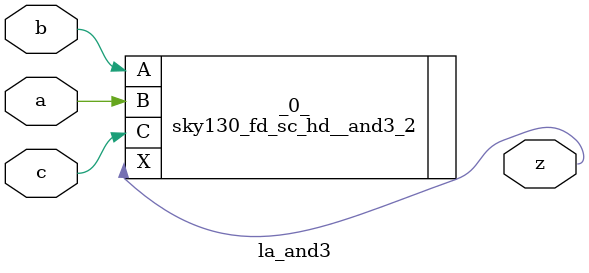
<source format=v>

module la_and3(a, b, c, z);
  input a;
  input b;
  input c;
  output z;
  sky130_fd_sc_hd__and3_2 _0_ (
    .A(b),
    .B(a),
    .C(c),
    .X(z)
  );
endmodule

</source>
